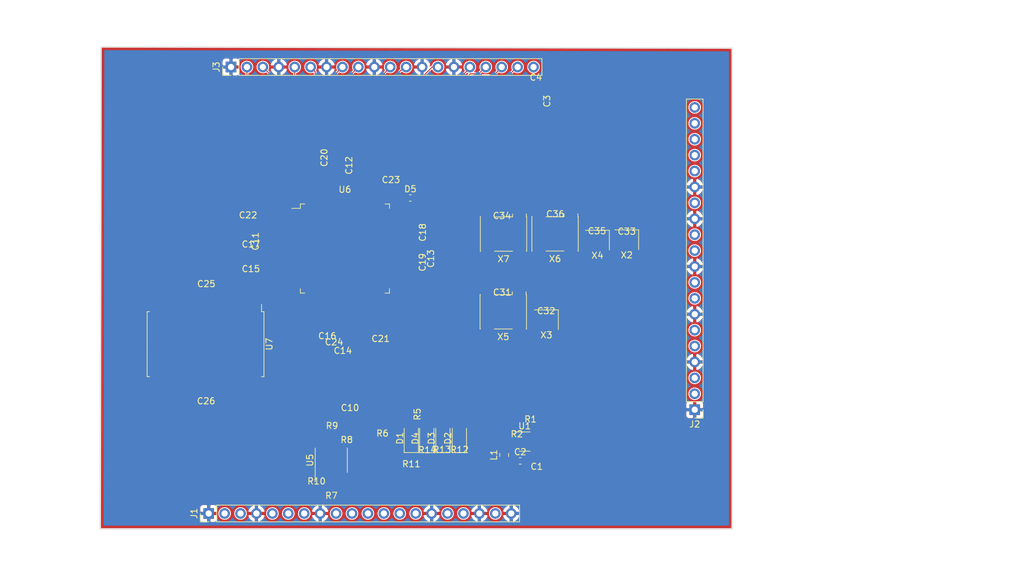
<source format=kicad_pcb>
(kicad_pcb (version 20171130) (host pcbnew 5.1.5+dfsg1-2+b1)
  (layers (0 F.Cu signal) (31 B.Cu signal) (34 B.Paste user) (35 F.Paste user) (36 B.SilkS user) (37 F.SilkS user) (38 B.Mask user) (39 F.Mask user) (44 Edge.Cuts user))
  (net 0 "")
  (net 1 GND)
  (net 2 +3V3)
  (net 3 +1V2)
  (net 4 CDONE)
  (net 5 "Net-(D1-Pad1)")
  (net 6 IO53)
  (net 7 "Net-(D2-Pad1)")
  (net 8 IO52)
  (net 9 "Net-(D3-Pad1)")
  (net 10 IO51)
  (net 11 "Net-(D4-Pad1)")
  (net 12 "Net-(D5-Pad1)")
  (net 13 IO60)
  (net 14 IO64)
  (net 15 IO59)
  (net 16 SPI_OUT)
  (net 17 SPI_IN)
  (net 18 SPI_CS)
  (net 19 SPI_SCK)
  (net 20 CRESET)
  (net 21 IO54)
  (net 22 IO56)
  (net 23 IO94)
  (net 24 IO95)
  (net 25 IO96)
  (net 26 IO97)
  (net 27 IO99)
  (net 28 IO100)
  (net 29 IO73)
  (net 30 IO74)
  (net 31 IO72)
  (net 32 IO71)
  (net 33 IO78)
  (net 34 IO79)
  (net 35 IO80)
  (net 36 IO81)
  (net 37 IO82)
  (net 38 IO83)
  (net 39 IO85)
  (net 40 IO86)
  (net 41 IO87)
  (net 42 IO89)
  (net 43 IO90)
  (net 44 IO91)
  (net 45 IO93)
  (net 46 "Net-(L1-Pad2)")
  (net 47 "Net-(R1-Pad1)")
  (net 48 "Net-(U6-Pad76)")
  (net 49 IO69)
  (net 50 IO68)
  (net 51 IO66)
  (net 52 IO65)
  (net 53 IO63)
  (net 54 IO62)
  (net 55 IO43)
  (net 56 IO41)
  (net 57 IO40)
  (net 58 IO37)
  (net 59 IO36)
  (net 60 IO34)
  (net 61 IO33)
  (net 62 IO30)
  (net 63 IO29)
  (net 64 IO28)
  (net 65 IO27)
  (net 66 IO26)
  (net 67 IO25)
  (net 68 IO24)
  (net 69 IO21)
  (net 70 IO20)
  (net 71 IO19)
  (net 72 IO18)
  (net 73 IO16)
  (net 74 IO15)
  (net 75 IO13)
  (net 76 IO12)
  (net 77 IO10)
  (net 78 IO9)
  (net 79 IO8)
  (net 80 IO7)
  (net 81 IO4)
  (net 82 IO3)
  (net 83 IO2)
  (net 84 IO1)
  (net 85 "Net-(U7-Pad44)")
  (net 86 "Net-(U7-Pad43)")
  (net 87 "Net-(U7-Pad42)")
  (net 88 "Net-(U7-Pad25)")
  (net 89 "Net-(U7-Pad24)")
  (net 90 "Net-(U7-Pad23)")
  (net 91 "Net-(U7-Pad22)")
  (net 92 "Net-(U7-Pad21)")
  (net 93 "Net-(U7-Pad2)")
  (net 94 "Net-(U7-Pad1)")
  (net 95 "Net-(J1-Pad5)")
  (net 96 "Net-(J1-Pad7)")
  (net 97 "Net-(J1-Pad6)")
  (net 98 "Net-(J1-Pad3)")
  (net 99 "Net-(J1-Pad2)")
  (net 100 "Net-(U6-Pad57)")
  (module Oscillator:Oscillator_SMD_Abracon_ASV-4Pin_7.0x5.1mm (layer F.Cu) (at 177.52 103.82 180)
    (fp_text reference X7 (at 0 -4) (layer F.SilkS))
    (fp_text value ASV-xxxMHz)
    (pad 4 smd rect (at -2.54 -2 180) (size 1.8 2) (layers F.Cu F.Paste F.Mask) (net 2 +3V3))
    (pad 3 smd rect (at 2.54 -2 180) (size 1.8 2) (layers F.Cu F.Paste F.Mask) (net 49 IO69))
    (pad 2 smd rect (at 2.54 2 180) (size 1.8 2) (layers F.Cu F.Paste F.Mask) (net 1 GND))
    (pad 1 smd rect (at -2.54 2 180) (size 1.8 2) (layers F.Cu F.Paste F.Mask) (net 2 +3V3))
  )
  (module Oscillator:Oscillator_SMD_Abracon_ASV-4Pin_7.0x5.1mm (layer F.Cu) (at 185.74 103.8 180)
    (fp_text reference X6 (at 0 -4) (layer F.SilkS))
    (fp_text value ASV-xxxMHz)
    (pad 4 smd rect (at -2.54 -2 180) (size 1.8 2) (layers F.Cu F.Paste F.Mask) (net 2 +3V3))
    (pad 3 smd rect (at 2.54 -2 180) (size 1.8 2) (layers F.Cu F.Paste F.Mask) (net 50 IO68))
    (pad 2 smd rect (at 2.54 2 180) (size 1.8 2) (layers F.Cu F.Paste F.Mask) (net 1 GND))
    (pad 1 smd rect (at -2.54 2 180) (size 1.8 2) (layers F.Cu F.Paste F.Mask) (net 2 +3V3))
  )
  (module Oscillator:Oscillator_SMD_Abracon_ASV-4Pin_7.0x5.1mm (layer F.Cu) (at 177.48 116.24 180)
    (fp_text reference X5 (at 0 -4) (layer F.SilkS))
    (fp_text value ASV-xxxMHz)
    (pad 4 smd rect (at -2.54 -2 180) (size 1.8 2) (layers F.Cu F.Paste F.Mask) (net 2 +3V3))
    (pad 3 smd rect (at 2.54 -2 180) (size 1.8 2) (layers F.Cu F.Paste F.Mask) (net 53 IO63))
    (pad 2 smd rect (at 2.54 2 180) (size 1.8 2) (layers F.Cu F.Paste F.Mask) (net 1 GND))
    (pad 1 smd rect (at -2.54 2 180) (size 1.8 2) (layers F.Cu F.Paste F.Mask) (net 2 +3V3))
  )
  (module Oscillator:Oscillator_SMD_Abracon_ASE-4Pin_3.2x2.5mm (layer F.Cu) (at 192.5 104.8 180)
    (fp_text reference X4 (at 0 -2.45) (layer F.SilkS))
    (fp_text value ASE-10MHz)
    (pad 4 smd rect (at -1.05 -0.825 180) (size 1.3 1.1) (layers F.Cu F.Paste F.Mask) (net 2 +3V3))
    (pad 3 smd rect (at 1.05 -0.825 180) (size 1.3 1.1) (layers F.Cu F.Paste F.Mask) (net 51 IO66))
    (pad 2 smd rect (at 1.05 0.825 180) (size 1.3 1.1) (layers F.Cu F.Paste F.Mask) (net 1 GND))
    (pad 1 smd rect (at -1.05 0.825 180) (size 1.3 1.1) (layers F.Cu F.Paste F.Mask) (net 2 +3V3))
  )
  (module Oscillator:Oscillator_SMD_Abracon_ASE-4Pin_3.2x2.5mm (layer F.Cu) (at 184.36 117.51 180)
    (fp_text reference X3 (at 0 -2.45) (layer F.SilkS))
    (fp_text value ASE-10MHz)
    (pad 4 smd rect (at -1.05 -0.825 180) (size 1.3 1.1) (layers F.Cu F.Paste F.Mask) (net 2 +3V3))
    (pad 3 smd rect (at 1.05 -0.825 180) (size 1.3 1.1) (layers F.Cu F.Paste F.Mask) (net 54 IO62))
    (pad 2 smd rect (at 1.05 0.825 180) (size 1.3 1.1) (layers F.Cu F.Paste F.Mask) (net 1 GND))
    (pad 1 smd rect (at -1.05 0.825 180) (size 1.3 1.1) (layers F.Cu F.Paste F.Mask) (net 2 +3V3))
  )
  (module Oscillator:Oscillator_SMD_Abracon_ASE-4Pin_3.2x2.5mm (layer F.Cu) (at 197.18 104.74 180)
    (fp_text reference X2 (at 0 -2.45) (layer F.SilkS))
    (fp_text value ASE-10MHz)
    (pad 4 smd rect (at -1.05 -0.825 180) (size 1.3 1.1) (layers F.Cu F.Paste F.Mask) (net 2 +3V3))
    (pad 3 smd rect (at 1.05 -0.825 180) (size 1.3 1.1) (layers F.Cu F.Paste F.Mask) (net 52 IO65))
    (pad 2 smd rect (at 1.05 0.825 180) (size 1.3 1.1) (layers F.Cu F.Paste F.Mask) (net 1 GND))
    (pad 1 smd rect (at -1.05 0.825 180) (size 1.3 1.1) (layers F.Cu F.Paste F.Mask) (net 2 +3V3))
  )
  (module Package_SO:TSOP-II-44_10.16x18.41mm_P0.8mm (layer F.Cu) (at 129.99 121.41 270)
    (fp_text reference U7 (at 0 -10.16 90) (layer F.SilkS))
    (fp_text value AS7C34096A)
    (pad 44 smd roundrect (at 5.5875 -8.4 270) (size 1.525 0.55) (layers F.Cu F.Paste F.Mask) (net 85 "Net-(U7-Pad44)"))
    (pad 43 smd roundrect (at 5.5875 -7.6 270) (size 1.525 0.55) (layers F.Cu F.Paste F.Mask) (net 86 "Net-(U7-Pad43)"))
    (pad 42 smd roundrect (at 5.5875 -6.8 270) (size 1.525 0.55) (layers F.Cu F.Paste F.Mask) (net 87 "Net-(U7-Pad42)"))
    (pad 41 smd roundrect (at 5.5875 -6 270) (size 1.525 0.55) (layers F.Cu F.Paste F.Mask) (net 66 IO26))
    (pad 40 smd roundrect (at 5.5875 -5.2 270) (size 1.525 0.55) (layers F.Cu F.Paste F.Mask) (net 65 IO27))
    (pad 39 smd roundrect (at 5.5875 -4.4 270) (size 1.525 0.55) (layers F.Cu F.Paste F.Mask) (net 64 IO28))
    (pad 38 smd roundrect (at 5.5875 -3.6 270) (size 1.525 0.55) (layers F.Cu F.Paste F.Mask) (net 63 IO29))
    (pad 37 smd roundrect (at 5.5875 -2.8 270) (size 1.525 0.55) (layers F.Cu F.Paste F.Mask) (net 62 IO30))
    (pad 36 smd roundrect (at 5.5875 -2 270) (size 1.525 0.55) (layers F.Cu F.Paste F.Mask) (net 61 IO33))
    (pad 35 smd roundrect (at 5.5875 -1.2 270) (size 1.525 0.55) (layers F.Cu F.Paste F.Mask) (net 60 IO34))
    (pad 34 smd roundrect (at 5.5875 -0.4 270) (size 1.525 0.55) (layers F.Cu F.Paste F.Mask) (net 1 GND))
    (pad 33 smd roundrect (at 5.5875 0.4 270) (size 1.525 0.55) (layers F.Cu F.Paste F.Mask) (net 2 +3V3))
    (pad 32 smd roundrect (at 5.5875 1.2 270) (size 1.525 0.55) (layers F.Cu F.Paste F.Mask) (net 59 IO36))
    (pad 31 smd roundrect (at 5.5875 2 270) (size 1.525 0.55) (layers F.Cu F.Paste F.Mask) (net 58 IO37))
    (pad 30 smd roundrect (at 5.5875 2.8 270) (size 1.525 0.55) (layers F.Cu F.Paste F.Mask) (net 57 IO40))
    (pad 29 smd roundrect (at 5.5875 3.6 270) (size 1.525 0.55) (layers F.Cu F.Paste F.Mask) (net 56 IO41))
    (pad 28 smd roundrect (at 5.5875 4.4 270) (size 1.525 0.55) (layers F.Cu F.Paste F.Mask) (net 55 IO43))
    (pad 27 smd roundrect (at 5.5875 5.2 270) (size 1.525 0.55) (layers F.Cu F.Paste F.Mask) (net 84 IO1))
    (pad 26 smd roundrect (at 5.5875 6 270) (size 1.525 0.55) (layers F.Cu F.Paste F.Mask) (net 83 IO2))
    (pad 25 smd roundrect (at 5.5875 6.8 270) (size 1.525 0.55) (layers F.Cu F.Paste F.Mask) (net 88 "Net-(U7-Pad25)"))
    (pad 24 smd roundrect (at 5.5875 7.6 270) (size 1.525 0.55) (layers F.Cu F.Paste F.Mask) (net 89 "Net-(U7-Pad24)"))
    (pad 23 smd roundrect (at 5.5875 8.4 270) (size 1.525 0.55) (layers F.Cu F.Paste F.Mask) (net 90 "Net-(U7-Pad23)"))
    (pad 22 smd roundrect (at -5.5875 8.4 270) (size 1.525 0.55) (layers F.Cu F.Paste F.Mask) (net 91 "Net-(U7-Pad22)"))
    (pad 21 smd roundrect (at -5.5875 7.6 270) (size 1.525 0.55) (layers F.Cu F.Paste F.Mask) (net 92 "Net-(U7-Pad21)"))
    (pad 20 smd roundrect (at -5.5875 6.8 270) (size 1.525 0.55) (layers F.Cu F.Paste F.Mask) (net 82 IO3))
    (pad 19 smd roundrect (at -5.5875 6 270) (size 1.525 0.55) (layers F.Cu F.Paste F.Mask) (net 81 IO4))
    (pad 18 smd roundrect (at -5.5875 5.2 270) (size 1.525 0.55) (layers F.Cu F.Paste F.Mask) (net 80 IO7))
    (pad 17 smd roundrect (at -5.5875 4.4 270) (size 1.525 0.55) (layers F.Cu F.Paste F.Mask) (net 79 IO8))
    (pad 16 smd roundrect (at -5.5875 3.6 270) (size 1.525 0.55) (layers F.Cu F.Paste F.Mask) (net 78 IO9))
    (pad 15 smd roundrect (at -5.5875 2.8 270) (size 1.525 0.55) (layers F.Cu F.Paste F.Mask) (net 77 IO10))
    (pad 14 smd roundrect (at -5.5875 2 270) (size 1.525 0.55) (layers F.Cu F.Paste F.Mask) (net 76 IO12))
    (pad 13 smd roundrect (at -5.5875 1.2 270) (size 1.525 0.55) (layers F.Cu F.Paste F.Mask) (net 75 IO13))
    (pad 12 smd roundrect (at -5.5875 0.4 270) (size 1.525 0.55) (layers F.Cu F.Paste F.Mask) (net 1 GND))
    (pad 11 smd roundrect (at -5.5875 -0.4 270) (size 1.525 0.55) (layers F.Cu F.Paste F.Mask) (net 2 +3V3))
    (pad 10 smd roundrect (at -5.5875 -1.2 270) (size 1.525 0.55) (layers F.Cu F.Paste F.Mask) (net 74 IO15))
    (pad 9 smd roundrect (at -5.5875 -2 270) (size 1.525 0.55) (layers F.Cu F.Paste F.Mask) (net 73 IO16))
    (pad 8 smd roundrect (at -5.5875 -2.8 270) (size 1.525 0.55) (layers F.Cu F.Paste F.Mask) (net 72 IO18))
    (pad 7 smd roundrect (at -5.5875 -3.6 270) (size 1.525 0.55) (layers F.Cu F.Paste F.Mask) (net 71 IO19))
    (pad 6 smd roundrect (at -5.5875 -4.4 270) (size 1.525 0.55) (layers F.Cu F.Paste F.Mask) (net 70 IO20))
    (pad 5 smd roundrect (at -5.5875 -5.2 270) (size 1.525 0.55) (layers F.Cu F.Paste F.Mask) (net 69 IO21))
    (pad 4 smd roundrect (at -5.5875 -6 270) (size 1.525 0.55) (layers F.Cu F.Paste F.Mask) (net 68 IO24))
    (pad 3 smd roundrect (at -5.5875 -6.8 270) (size 1.525 0.55) (layers F.Cu F.Paste F.Mask) (net 67 IO25))
    (pad 2 smd roundrect (at -5.5875 -7.6 270) (size 1.525 0.55) (layers F.Cu F.Paste F.Mask) (net 93 "Net-(U7-Pad2)"))
    (pad 1 smd roundrect (at -5.5875 -8.4 270) (size 1.525 0.55) (layers F.Cu F.Paste F.Mask) (net 94 "Net-(U7-Pad1)"))
  )
  (module Package_QFP:LQFP-100_14x14mm_P0.5mm (layer F.Cu) (at 152.22 106.14)
    (fp_text reference U6 (at 0 -9.42) (layer F.SilkS))
    (fp_text value "ICE40HX1K-VQ100(VQFP100)")
    (pad 100 smd roundrect (at -6 -7.675) (size 0.3 1.6) (layers F.Cu F.Paste F.Mask) (net 28 IO100))
    (pad 99 smd roundrect (at -5.5 -7.675) (size 0.3 1.6) (layers F.Cu F.Paste F.Mask) (net 27 IO99))
    (pad 98 smd roundrect (at -5 -7.675) (size 0.3 1.6) (layers F.Cu F.Paste F.Mask) (net 1 GND))
    (pad 97 smd roundrect (at -4.5 -7.675) (size 0.3 1.6) (layers F.Cu F.Paste F.Mask) (net 26 IO97))
    (pad 96 smd roundrect (at -4 -7.675) (size 0.3 1.6) (layers F.Cu F.Paste F.Mask) (net 25 IO96))
    (pad 95 smd roundrect (at -3.5 -7.675) (size 0.3 1.6) (layers F.Cu F.Paste F.Mask) (net 24 IO95))
    (pad 94 smd roundrect (at -3 -7.675) (size 0.3 1.6) (layers F.Cu F.Paste F.Mask) (net 23 IO94))
    (pad 93 smd roundrect (at -2.5 -7.675) (size 0.3 1.6) (layers F.Cu F.Paste F.Mask) (net 45 IO93))
    (pad 92 smd roundrect (at -2 -7.675) (size 0.3 1.6) (layers F.Cu F.Paste F.Mask) (net 2 +3V3))
    (pad 91 smd roundrect (at -1.5 -7.675) (size 0.3 1.6) (layers F.Cu F.Paste F.Mask) (net 44 IO91))
    (pad 90 smd roundrect (at -1 -7.675) (size 0.3 1.6) (layers F.Cu F.Paste F.Mask) (net 43 IO90))
    (pad 89 smd roundrect (at -0.5 -7.675) (size 0.3 1.6) (layers F.Cu F.Paste F.Mask) (net 42 IO89))
    (pad 88 smd roundrect (at 0 -7.675) (size 0.3 1.6) (layers F.Cu F.Paste F.Mask) (net 2 +3V3))
    (pad 87 smd roundrect (at 0.5 -7.675) (size 0.3 1.6) (layers F.Cu F.Paste F.Mask) (net 41 IO87))
    (pad 86 smd roundrect (at 1 -7.675) (size 0.3 1.6) (layers F.Cu F.Paste F.Mask) (net 40 IO86))
    (pad 85 smd roundrect (at 1.5 -7.675) (size 0.3 1.6) (layers F.Cu F.Paste F.Mask) (net 39 IO85))
    (pad 84 smd roundrect (at 2 -7.675) (size 0.3 1.6) (layers F.Cu F.Paste F.Mask) (net 1 GND))
    (pad 83 smd roundrect (at 2.5 -7.675) (size 0.3 1.6) (layers F.Cu F.Paste F.Mask) (net 38 IO83))
    (pad 82 smd roundrect (at 3 -7.675) (size 0.3 1.6) (layers F.Cu F.Paste F.Mask) (net 37 IO82))
    (pad 81 smd roundrect (at 3.5 -7.675) (size 0.3 1.6) (layers F.Cu F.Paste F.Mask) (net 36 IO81))
    (pad 80 smd roundrect (at 4 -7.675) (size 0.3 1.6) (layers F.Cu F.Paste F.Mask) (net 35 IO80))
    (pad 79 smd roundrect (at 4.5 -7.675) (size 0.3 1.6) (layers F.Cu F.Paste F.Mask) (net 34 IO79))
    (pad 78 smd roundrect (at 5 -7.675) (size 0.3 1.6) (layers F.Cu F.Paste F.Mask) (net 33 IO78))
    (pad 77 smd roundrect (at 5.5 -7.675) (size 0.3 1.6) (layers F.Cu F.Paste F.Mask) (net 3 +1V2))
    (pad 76 smd roundrect (at 6 -7.675) (size 0.3 1.6) (layers F.Cu F.Paste F.Mask) (net 48 "Net-(U6-Pad76)"))
    (pad 75 smd roundrect (at 7.675 -6) (size 1.6 0.3) (layers F.Cu F.Paste F.Mask) (net 12 "Net-(D5-Pad1)"))
    (pad 74 smd roundrect (at 7.675 -5.5) (size 1.6 0.3) (layers F.Cu F.Paste F.Mask) (net 30 IO74))
    (pad 73 smd roundrect (at 7.675 -5) (size 1.6 0.3) (layers F.Cu F.Paste F.Mask) (net 29 IO73))
    (pad 72 smd roundrect (at 7.675 -4.5) (size 1.6 0.3) (layers F.Cu F.Paste F.Mask) (net 31 IO72))
    (pad 71 smd roundrect (at 7.675 -4) (size 1.6 0.3) (layers F.Cu F.Paste F.Mask) (net 32 IO71))
    (pad 70 smd roundrect (at 7.675 -3.5) (size 1.6 0.3) (layers F.Cu F.Paste F.Mask) (net 1 GND))
    (pad 69 smd roundrect (at 7.675 -3) (size 1.6 0.3) (layers F.Cu F.Paste F.Mask) (net 49 IO69))
    (pad 68 smd roundrect (at 7.675 -2.5) (size 1.6 0.3) (layers F.Cu F.Paste F.Mask) (net 50 IO68))
    (pad 67 smd roundrect (at 7.675 -2) (size 1.6 0.3) (layers F.Cu F.Paste F.Mask) (net 2 +3V3))
    (pad 66 smd roundrect (at 7.675 -1.5) (size 1.6 0.3) (layers F.Cu F.Paste F.Mask) (net 51 IO66))
    (pad 65 smd roundrect (at 7.675 -1) (size 1.6 0.3) (layers F.Cu F.Paste F.Mask) (net 52 IO65))
    (pad 64 smd roundrect (at 7.675 -0.5) (size 1.6 0.3) (layers F.Cu F.Paste F.Mask) (net 14 IO64))
    (pad 63 smd roundrect (at 7.675 0) (size 1.6 0.3) (layers F.Cu F.Paste F.Mask) (net 53 IO63))
    (pad 62 smd roundrect (at 7.675 0.5) (size 1.6 0.3) (layers F.Cu F.Paste F.Mask) (net 54 IO62))
    (pad 61 smd roundrect (at 7.675 1) (size 1.6 0.3) (layers F.Cu F.Paste F.Mask) (net 3 +1V2))
    (pad 60 smd roundrect (at 7.675 1.5) (size 1.6 0.3) (layers F.Cu F.Paste F.Mask) (net 13 IO60))
    (pad 59 smd roundrect (at 7.675 2) (size 1.6 0.3) (layers F.Cu F.Paste F.Mask) (net 15 IO59))
    (pad 58 smd roundrect (at 7.675 2.5) (size 1.6 0.3) (layers F.Cu F.Paste F.Mask) (net 2 +3V3))
    (pad 57 smd roundrect (at 7.675 3) (size 1.6 0.3) (layers F.Cu F.Paste F.Mask) (net 100 "Net-(U6-Pad57)"))
    (pad 56 smd roundrect (at 7.675 3.5) (size 1.6 0.3) (layers F.Cu F.Paste F.Mask) (net 22 IO56))
    (pad 55 smd roundrect (at 7.675 4) (size 1.6 0.3) (layers F.Cu F.Paste F.Mask) (net 1 GND))
    (pad 54 smd roundrect (at 7.675 4.5) (size 1.6 0.3) (layers F.Cu F.Paste F.Mask) (net 21 IO54))
    (pad 53 smd roundrect (at 7.675 5) (size 1.6 0.3) (layers F.Cu F.Paste F.Mask) (net 6 IO53))
    (pad 52 smd roundrect (at 7.675 5.5) (size 1.6 0.3) (layers F.Cu F.Paste F.Mask) (net 8 IO52))
    (pad 51 smd roundrect (at 7.675 6) (size 1.6 0.3) (layers F.Cu F.Paste F.Mask) (net 10 IO51))
    (pad 50 smd roundrect (at 6 7.675) (size 0.3 1.6) (layers F.Cu F.Paste F.Mask) (net 2 +3V3))
    (pad 49 smd roundrect (at 5.5 7.675) (size 0.3 1.6) (layers F.Cu F.Paste F.Mask) (net 18 SPI_CS))
    (pad 48 smd roundrect (at 5 7.675) (size 0.3 1.6) (layers F.Cu F.Paste F.Mask) (net 19 SPI_SCK))
    (pad 47 smd roundrect (at 4.5 7.675) (size 0.3 1.6) (layers F.Cu F.Paste F.Mask) (net 1 GND))
    (pad 46 smd roundrect (at 4 7.675) (size 0.3 1.6) (layers F.Cu F.Paste F.Mask) (net 17 SPI_IN))
    (pad 45 smd roundrect (at 3.5 7.675) (size 0.3 1.6) (layers F.Cu F.Paste F.Mask) (net 16 SPI_OUT))
    (pad 44 smd roundrect (at 3 7.675) (size 0.3 1.6) (layers F.Cu F.Paste F.Mask) (net 20 CRESET))
    (pad 43 smd roundrect (at 2.5 7.675) (size 0.3 1.6) (layers F.Cu F.Paste F.Mask) (net 4 CDONE))
    (pad 42 smd roundrect (at 2 7.675) (size 0.3 1.6) (layers F.Cu F.Paste F.Mask) (net 55 IO43))
    (pad 41 smd roundrect (at 1.5 7.675) (size 0.3 1.6) (layers F.Cu F.Paste F.Mask) (net 56 IO41))
    (pad 40 smd roundrect (at 1 7.675) (size 0.3 1.6) (layers F.Cu F.Paste F.Mask) (net 57 IO40))
    (pad 39 smd roundrect (at 0.5 7.675) (size 0.3 1.6) (layers F.Cu F.Paste F.Mask) (net 1 GND))
    (pad 38 smd roundrect (at 0 7.675) (size 0.3 1.6) (layers F.Cu F.Paste F.Mask) (net 2 +3V3))
    (pad 37 smd roundrect (at -0.5 7.675) (size 0.3 1.6) (layers F.Cu F.Paste F.Mask) (net 58 IO37))
    (pad 36 smd roundrect (at -1 7.675) (size 0.3 1.6) (layers F.Cu F.Paste F.Mask) (net 59 IO36))
    (pad 35 smd roundrect (at -1.5 7.675) (size 0.3 1.6) (layers F.Cu F.Paste F.Mask) (net 3 +1V2))
    (pad 34 smd roundrect (at -2 7.675) (size 0.3 1.6) (layers F.Cu F.Paste F.Mask) (net 60 IO34))
    (pad 33 smd roundrect (at -2.5 7.675) (size 0.3 1.6) (layers F.Cu F.Paste F.Mask) (net 61 IO33))
    (pad 32 smd roundrect (at -3 7.675) (size 0.3 1.6) (layers F.Cu F.Paste F.Mask) (net 1 GND))
    (pad 31 smd roundrect (at -3.5 7.675) (size 0.3 1.6) (layers F.Cu F.Paste F.Mask) (net 2 +3V3))
    (pad 30 smd roundrect (at -4 7.675) (size 0.3 1.6) (layers F.Cu F.Paste F.Mask) (net 62 IO30))
    (pad 29 smd roundrect (at -4.5 7.675) (size 0.3 1.6) (layers F.Cu F.Paste F.Mask) (net 63 IO29))
    (pad 28 smd roundrect (at -5 7.675) (size 0.3 1.6) (layers F.Cu F.Paste F.Mask) (net 64 IO28))
    (pad 27 smd roundrect (at -5.5 7.675) (size 0.3 1.6) (layers F.Cu F.Paste F.Mask) (net 65 IO27))
    (pad 26 smd roundrect (at -6 7.675) (size 0.3 1.6) (layers F.Cu F.Paste F.Mask) (net 66 IO26))
    (pad 25 smd roundrect (at -7.675 6) (size 1.6 0.3) (layers F.Cu F.Paste F.Mask) (net 67 IO25))
    (pad 24 smd roundrect (at -7.675 5.5) (size 1.6 0.3) (layers F.Cu F.Paste F.Mask) (net 68 IO24))
    (pad 23 smd roundrect (at -7.675 5) (size 1.6 0.3) (layers F.Cu F.Paste F.Mask) (net 1 GND))
    (pad 22 smd roundrect (at -7.675 4.5) (size 1.6 0.3) (layers F.Cu F.Paste F.Mask) (net 2 +3V3))
    (pad 21 smd roundrect (at -7.675 4) (size 1.6 0.3) (layers F.Cu F.Paste F.Mask) (net 69 IO21))
    (pad 20 smd roundrect (at -7.675 3.5) (size 1.6 0.3) (layers F.Cu F.Paste F.Mask) (net 70 IO20))
    (pad 19 smd roundrect (at -7.675 3) (size 1.6 0.3) (layers F.Cu F.Paste F.Mask) (net 71 IO19))
    (pad 18 smd roundrect (at -7.675 2.5) (size 1.6 0.3) (layers F.Cu F.Paste F.Mask) (net 72 IO18))
    (pad 17 smd roundrect (at -7.675 2) (size 1.6 0.3) (layers F.Cu F.Paste F.Mask) (net 1 GND))
    (pad 16 smd roundrect (at -7.675 1.5) (size 1.6 0.3) (layers F.Cu F.Paste F.Mask) (net 73 IO16))
    (pad 15 smd roundrect (at -7.675 1) (size 1.6 0.3) (layers F.Cu F.Paste F.Mask) (net 74 IO15))
    (pad 14 smd roundrect (at -7.675 0.5) (size 1.6 0.3) (layers F.Cu F.Paste F.Mask) (net 2 +3V3))
    (pad 13 smd roundrect (at -7.675 0) (size 1.6 0.3) (layers F.Cu F.Paste F.Mask) (net 75 IO13))
    (pad 12 smd roundrect (at -7.675 -0.5) (size 1.6 0.3) (layers F.Cu F.Paste F.Mask) (net 76 IO12))
    (pad 11 smd roundrect (at -7.675 -1) (size 1.6 0.3) (layers F.Cu F.Paste F.Mask) (net 3 +1V2))
    (pad 10 smd roundrect (at -7.675 -1.5) (size 1.6 0.3) (layers F.Cu F.Paste F.Mask) (net 77 IO10))
    (pad 9 smd roundrect (at -7.675 -2) (size 1.6 0.3) (layers F.Cu F.Paste F.Mask) (net 78 IO9))
    (pad 8 smd roundrect (at -7.675 -2.5) (size 1.6 0.3) (layers F.Cu F.Paste F.Mask) (net 79 IO8))
    (pad 7 smd roundrect (at -7.675 -3) (size 1.6 0.3) (layers F.Cu F.Paste F.Mask) (net 80 IO7))
    (pad 6 smd roundrect (at -7.675 -3.5) (size 1.6 0.3) (layers F.Cu F.Paste F.Mask) (net 2 +3V3))
    (pad 5 smd roundrect (at -7.675 -4) (size 1.6 0.3) (layers F.Cu F.Paste F.Mask) (net 1 GND))
    (pad 4 smd roundrect (at -7.675 -4.5) (size 1.6 0.3) (layers F.Cu F.Paste F.Mask) (net 81 IO4))
    (pad 3 smd roundrect (at -7.675 -5) (size 1.6 0.3) (layers F.Cu F.Paste F.Mask) (net 82 IO3))
    (pad 2 smd roundrect (at -7.675 -5.5) (size 1.6 0.3) (layers F.Cu F.Paste F.Mask) (net 83 IO2))
    (pad 1 smd roundrect (at -7.675 -6) (size 1.6 0.3) (layers F.Cu F.Paste F.Mask) (net 84 IO1))
  )
  (module Package_SO:SOIC-8_3.9x4.9mm_P1.27mm (layer F.Cu) (at 150.04 139.94 90)
    (fp_text reference U5 (at 0 -3.4 90) (layer F.SilkS))
    (fp_text value AT25SF081-SSHD-X)
    (pad 8 smd roundrect (at 2.475 -1.905 90) (size 1.95 0.6) (layers F.Cu F.Paste F.Mask) (net 2 +3V3))
    (pad 7 smd roundrect (at 2.475 -0.635 90) (size 1.95 0.6) (layers F.Cu F.Paste F.Mask) (net 2 +3V3))
    (pad 6 smd roundrect (at 2.475 0.635 90) (size 1.95 0.6) (layers F.Cu F.Paste F.Mask) (net 19 SPI_SCK))
    (pad 5 smd roundrect (at 2.475 1.905 90) (size 1.95 0.6) (layers F.Cu F.Paste F.Mask) (net 16 SPI_OUT))
    (pad 4 smd roundrect (at -2.475 1.905 90) (size 1.95 0.6) (layers F.Cu F.Paste F.Mask) (net 1 GND))
    (pad 3 smd roundrect (at -2.475 0.635 90) (size 1.95 0.6) (layers F.Cu F.Paste F.Mask) (net 2 +3V3))
    (pad 2 smd roundrect (at -2.475 -0.635 90) (size 1.95 0.6) (layers F.Cu F.Paste F.Mask) (net 17 SPI_IN))
    (pad 1 smd roundrect (at -2.475 -1.905 90) (size 1.95 0.6) (layers F.Cu F.Paste F.Mask) (net 18 SPI_CS))
  )
  (module Package_TO_SOT_SMD:TSOT-23-5 (layer F.Cu) (at 180.89 136.93)
    (fp_text reference U1 (at 0 -2.45) (layer F.SilkS))
    (fp_text value LTC3406ES5)
    (pad 5 smd rect (at 1.31 -0.95) (size 1.22 0.65) (layers F.Cu F.Paste F.Mask) (net 47 "Net-(R1-Pad1)"))
    (pad 4 smd rect (at 1.31 0.95) (size 1.22 0.65) (layers F.Cu F.Paste F.Mask) (net 2 +3V3))
    (pad 3 smd rect (at -1.31 0.95) (size 1.22 0.65) (layers F.Cu F.Paste F.Mask) (net 46 "Net-(L1-Pad2)"))
    (pad 2 smd rect (at -1.31 0) (size 1.22 0.65) (layers F.Cu F.Paste F.Mask) (net 1 GND))
    (pad 1 smd rect (at -1.31 -0.95) (size 1.22 0.65) (layers F.Cu F.Paste F.Mask) (net 2 +3V3))
  )
  (module Resistor_SMD:R_0402_1005Metric (layer F.Cu) (at 165.36 139.47)
    (fp_text reference R14 (at 0 -1.17) (layer F.SilkS))
    (fp_text value 10kohm)
    (pad 2 smd roundrect (at 0.485 0) (size 0.59 0.64) (layers F.Cu F.Paste F.Mask) (net 11 "Net-(D4-Pad1)"))
    (pad 1 smd roundrect (at -0.485 0) (size 0.59 0.64) (layers F.Cu F.Paste F.Mask) (net 1 GND))
  )
  (module Resistor_SMD:R_0402_1005Metric (layer F.Cu) (at 167.72 139.42)
    (fp_text reference R13 (at 0 -1.17) (layer F.SilkS))
    (fp_text value 10kohm)
    (pad 2 smd roundrect (at 0.485 0) (size 0.59 0.64) (layers F.Cu F.Paste F.Mask) (net 9 "Net-(D3-Pad1)"))
    (pad 1 smd roundrect (at -0.485 0) (size 0.59 0.64) (layers F.Cu F.Paste F.Mask) (net 1 GND))
  )
  (module Resistor_SMD:R_0402_1005Metric (layer F.Cu) (at 170.5 139.43)
    (fp_text reference R12 (at 0 -1.17) (layer F.SilkS))
    (fp_text value 10kohm)
    (pad 2 smd roundrect (at 0.485 0) (size 0.59 0.64) (layers F.Cu F.Paste F.Mask) (net 7 "Net-(D2-Pad1)"))
    (pad 1 smd roundrect (at -0.485 0) (size 0.59 0.64) (layers F.Cu F.Paste F.Mask) (net 1 GND))
  )
  (module Resistor_SMD:R_0402_1005Metric (layer F.Cu) (at 162.82 139.37 180)
    (fp_text reference R11 (at 0 -1.17) (layer F.SilkS))
    (fp_text value 10kohm)
    (pad 2 smd roundrect (at 0.485 0 180) (size 0.59 0.64) (layers F.Cu F.Paste F.Mask) (net 5 "Net-(D1-Pad1)"))
    (pad 1 smd roundrect (at -0.485 0 180) (size 0.59 0.64) (layers F.Cu F.Paste F.Mask) (net 1 GND))
  )
  (module Resistor_SMD:R_0402_1005Metric (layer F.Cu) (at 147.69 144.46)
    (fp_text reference R10 (at 0 -1.17) (layer F.SilkS))
    (fp_text value 10kOhm)
    (pad 2 smd roundrect (at 0.485 0) (size 0.59 0.64) (layers F.Cu F.Paste F.Mask) (net 18 SPI_CS))
    (pad 1 smd roundrect (at -0.485 0) (size 0.59 0.64) (layers F.Cu F.Paste F.Mask) (net 2 +3V3))
  )
  (module Resistor_SMD:R_0402_1005Metric (layer F.Cu) (at 150.16 135.6)
    (fp_text reference R9 (at 0 -1.17) (layer F.SilkS))
    (fp_text value 10kOhm)
    (pad 2 smd roundrect (at 0.485 0) (size 0.59 0.64) (layers F.Cu F.Paste F.Mask) (net 19 SPI_SCK))
    (pad 1 smd roundrect (at -0.485 0) (size 0.59 0.64) (layers F.Cu F.Paste F.Mask) (net 2 +3V3))
  )
  (module Resistor_SMD:R_0402_1005Metric (layer F.Cu) (at 152.51 135.51 180)
    (fp_text reference R8 (at 0 -1.17) (layer F.SilkS))
    (fp_text value 10kOhm)
    (pad 2 smd roundrect (at 0.485 0 180) (size 0.59 0.64) (layers F.Cu F.Paste F.Mask) (net 16 SPI_OUT))
    (pad 1 smd roundrect (at -0.485 0 180) (size 0.59 0.64) (layers F.Cu F.Paste F.Mask) (net 2 +3V3))
  )
  (module Resistor_SMD:R_0402_1005Metric (layer F.Cu) (at 150.07 144.42 180)
    (fp_text reference R7 (at 0 -1.17) (layer F.SilkS))
    (fp_text value 10kOhm)
    (pad 2 smd roundrect (at 0.485 0 180) (size 0.59 0.64) (layers F.Cu F.Paste F.Mask) (net 17 SPI_IN))
    (pad 1 smd roundrect (at -0.485 0 180) (size 0.59 0.64) (layers F.Cu F.Paste F.Mask) (net 2 +3V3))
  )
  (module Resistor_SMD:R_0402_1005Metric (layer F.Cu) (at 158.21 136.82)
    (fp_text reference R6 (at 0 -1.17) (layer F.SilkS))
    (fp_text value 10kOhm)
    (pad 2 smd roundrect (at 0.485 0) (size 0.59 0.64) (layers F.Cu F.Paste F.Mask) (net 20 CRESET))
    (pad 1 smd roundrect (at -0.485 0) (size 0.59 0.64) (layers F.Cu F.Paste F.Mask) (net 2 +3V3))
  )
  (module Resistor_SMD:R_0402_1005Metric (layer F.Cu) (at 162.61 132.6 270)
    (fp_text reference R5 (at 0 -1.17 90) (layer F.SilkS))
    (fp_text value 10kOhm)
    (pad 2 smd roundrect (at 0.485 0 270) (size 0.59 0.64) (layers F.Cu F.Paste F.Mask) (net 4 CDONE))
    (pad 1 smd roundrect (at -0.485 0 270) (size 0.59 0.64) (layers F.Cu F.Paste F.Mask) (net 2 +3V3))
  )
  (module Resistor_SMD:R_0402_1005Metric (layer F.Cu) (at 179.65 134.59 180)
    (fp_text reference R2 (at 0 -1.17) (layer F.SilkS))
    (fp_text value 100kOhm)
    (pad 2 smd roundrect (at 0.485 0 180) (size 0.59 0.64) (layers F.Cu F.Paste F.Mask) (net 3 +1V2))
    (pad 1 smd roundrect (at -0.485 0 180) (size 0.59 0.64) (layers F.Cu F.Paste F.Mask) (net 47 "Net-(R1-Pad1)"))
  )
  (module Resistor_SMD:R_0402_1005Metric (layer F.Cu) (at 181.83 134.56)
    (fp_text reference R1 (at 0 -1.17) (layer F.SilkS))
    (fp_text value 100kOhm)
    (pad 2 smd roundrect (at 0.485 0) (size 0.59 0.64) (layers F.Cu F.Paste F.Mask) (net 1 GND))
    (pad 1 smd roundrect (at -0.485 0) (size 0.59 0.64) (layers F.Cu F.Paste F.Mask) (net 47 "Net-(R1-Pad1)"))
  )
  (module Inductor_SMD:L_0805_2012Metric (layer F.Cu) (at 177.63 139.1 90)
    (fp_text reference L1 (at 0 -1.65 90) (layer F.SilkS))
    (fp_text value 2.2uH)
    (pad 2 smd roundrect (at 0.9375 0 90) (size 0.975 1.4) (layers F.Cu F.Paste F.Mask) (net 46 "Net-(L1-Pad2)"))
    (pad 1 smd roundrect (at -0.9375 0 90) (size 0.975 1.4) (layers F.Cu F.Paste F.Mask) (net 3 +1V2))
  )
  (module Connector_PinHeader_2.54mm:PinHeader_1x20_P2.54mm_Vertical (layer F.Cu) (at 134.05 77.16 90)
    (fp_text reference J3 (at 0 -2.33 90) (layer F.SilkS))
    (fp_text value Conn_01x20_Male)
    (pad 20 thru_hole oval (at 0 48.26 90) (size 1.7 1.7) (drill 1) (layers *.Cu *.Mask) (net 2 +3V3))
    (pad 19 thru_hole oval (at 0 45.72 90) (size 1.7 1.7) (drill 1) (layers *.Cu *.Mask) (net 39 IO85))
    (pad 18 thru_hole oval (at 0 43.18 90) (size 1.7 1.7) (drill 1) (layers *.Cu *.Mask) (net 40 IO86))
    (pad 17 thru_hole oval (at 0 40.64 90) (size 1.7 1.7) (drill 1) (layers *.Cu *.Mask) (net 41 IO87))
    (pad 16 thru_hole oval (at 0 38.1 90) (size 1.7 1.7) (drill 1) (layers *.Cu *.Mask) (net 42 IO89))
    (pad 15 thru_hole oval (at 0 35.56 90) (size 1.7 1.7) (drill 1) (layers *.Cu *.Mask) (net 1 GND))
    (pad 14 thru_hole oval (at 0 33.02 90) (size 1.7 1.7) (drill 1) (layers *.Cu *.Mask) (net 43 IO90))
    (pad 13 thru_hole oval (at 0 30.48 90) (size 1.7 1.7) (drill 1) (layers *.Cu *.Mask) (net 1 GND))
    (pad 12 thru_hole oval (at 0 27.94 90) (size 1.7 1.7) (drill 1) (layers *.Cu *.Mask) (net 44 IO91))
    (pad 11 thru_hole oval (at 0 25.4 90) (size 1.7 1.7) (drill 1) (layers *.Cu *.Mask) (net 45 IO93))
    (pad 10 thru_hole oval (at 0 22.86 90) (size 1.7 1.7) (drill 1) (layers *.Cu *.Mask) (net 1 GND))
    (pad 9 thru_hole oval (at 0 20.32 90) (size 1.7 1.7) (drill 1) (layers *.Cu *.Mask) (net 23 IO94))
    (pad 8 thru_hole oval (at 0 17.78 90) (size 1.7 1.7) (drill 1) (layers *.Cu *.Mask) (net 24 IO95))
    (pad 7 thru_hole oval (at 0 15.24 90) (size 1.7 1.7) (drill 1) (layers *.Cu *.Mask) (net 1 GND))
    (pad 6 thru_hole oval (at 0 12.7 90) (size 1.7 1.7) (drill 1) (layers *.Cu *.Mask) (net 25 IO96))
    (pad 5 thru_hole oval (at 0 10.16 90) (size 1.7 1.7) (drill 1) (layers *.Cu *.Mask) (net 26 IO97))
    (pad 4 thru_hole oval (at 0 7.62 90) (size 1.7 1.7) (drill 1) (layers *.Cu *.Mask) (net 1 GND))
    (pad 3 thru_hole oval (at 0 5.08 90) (size 1.7 1.7) (drill 1) (layers *.Cu *.Mask) (net 27 IO99))
    (pad 2 thru_hole oval (at 0 2.54 90) (size 1.7 1.7) (drill 1) (layers *.Cu *.Mask) (net 28 IO100))
    (pad 1 thru_hole rect (at 0 0 90) (size 1.7 1.7) (drill 1) (layers *.Cu *.Mask) (net 1 GND))
  )
  (module Connector_PinHeader_2.54mm:PinHeader_1x20_P2.54mm_Vertical (layer F.Cu) (at 208.02 131.87 180)
    (fp_text reference J2 (at 0 -2.33) (layer F.SilkS))
    (fp_text value Conn_01x20_Male)
    (pad 20 thru_hole oval (at 0 48.26 180) (size 1.7 1.7) (drill 1) (layers *.Cu *.Mask) (net 2 +3V3))
    (pad 19 thru_hole oval (at 0 45.72 180) (size 1.7 1.7) (drill 1) (layers *.Cu *.Mask) (net 38 IO83))
    (pad 18 thru_hole oval (at 0 43.18 180) (size 1.7 1.7) (drill 1) (layers *.Cu *.Mask) (net 37 IO82))
    (pad 17 thru_hole oval (at 0 40.64 180) (size 1.7 1.7) (drill 1) (layers *.Cu *.Mask) (net 36 IO81))
    (pad 16 thru_hole oval (at 0 38.1 180) (size 1.7 1.7) (drill 1) (layers *.Cu *.Mask) (net 35 IO80))
    (pad 15 thru_hole oval (at 0 35.56 180) (size 1.7 1.7) (drill 1) (layers *.Cu *.Mask) (net 1 GND))
    (pad 14 thru_hole oval (at 0 33.02 180) (size 1.7 1.7) (drill 1) (layers *.Cu *.Mask) (net 34 IO79))
    (pad 13 thru_hole oval (at 0 30.48 180) (size 1.7 1.7) (drill 1) (layers *.Cu *.Mask) (net 1 GND))
    (pad 12 thru_hole oval (at 0 27.94 180) (size 1.7 1.7) (drill 1) (layers *.Cu *.Mask) (net 33 IO78))
    (pad 11 thru_hole oval (at 0 25.4 180) (size 1.7 1.7) (drill 1) (layers *.Cu *.Mask) (net 29 IO73))
    (pad 10 thru_hole oval (at 0 22.86 180) (size 1.7 1.7) (drill 1) (layers *.Cu *.Mask) (net 1 GND))
    (pad 9 thru_hole oval (at 0 20.32 180) (size 1.7 1.7) (drill 1) (layers *.Cu *.Mask) (net 30 IO74))
    (pad 8 thru_hole oval (at 0 17.78 180) (size 1.7 1.7) (drill 1) (layers *.Cu *.Mask) (net 31 IO72))
    (pad 7 thru_hole oval (at 0 15.24 180) (size 1.7 1.7) (drill 1) (layers *.Cu *.Mask) (net 1 GND))
    (pad 6 thru_hole oval (at 0 12.7 180) (size 1.7 1.7) (drill 1) (layers *.Cu *.Mask) (net 32 IO71))
    (pad 5 thru_hole oval (at 0 10.16 180) (size 1.7 1.7) (drill 1) (layers *.Cu *.Mask) (net 14 IO64))
    (pad 4 thru_hole oval (at 0 7.62 180) (size 1.7 1.7) (drill 1) (layers *.Cu *.Mask) (net 1 GND))
    (pad 3 thru_hole oval (at 0 5.08 180) (size 1.7 1.7) (drill 1) (layers *.Cu *.Mask) (net 15 IO59))
    (pad 2 thru_hole oval (at 0 2.54 180) (size 1.7 1.7) (drill 1) (layers *.Cu *.Mask) (net 13 IO60))
    (pad 1 thru_hole rect (at 0 0 180) (size 1.7 1.7) (drill 1) (layers *.Cu *.Mask) (net 1 GND))
  )
  (module Connector_PinHeader_2.54mm:PinHeader_1x20_P2.54mm_Vertical (layer F.Cu) (at 130.49 148.44 90)
    (fp_text reference J1 (at 0 -2.33 90) (layer F.SilkS))
    (fp_text value Conn_01x20_Male)
    (pad 20 thru_hole oval (at 0 48.26 90) (size 1.7 1.7) (drill 1) (layers *.Cu *.Mask) (net 1 GND))
    (pad 19 thru_hole oval (at 0 45.72 90) (size 1.7 1.7) (drill 1) (layers *.Cu *.Mask) (net 2 +3V3))
    (pad 18 thru_hole oval (at 0 43.18 90) (size 1.7 1.7) (drill 1) (layers *.Cu *.Mask) (net 1 GND))
    (pad 17 thru_hole oval (at 0 40.64 90) (size 1.7 1.7) (drill 1) (layers *.Cu *.Mask) (net 22 IO56))
    (pad 16 thru_hole oval (at 0 38.1 90) (size 1.7 1.7) (drill 1) (layers *.Cu *.Mask) (net 21 IO54))
    (pad 15 thru_hole oval (at 0 35.56 90) (size 1.7 1.7) (drill 1) (layers *.Cu *.Mask) (net 1 GND))
    (pad 14 thru_hole oval (at 0 33.02 90) (size 1.7 1.7) (drill 1) (layers *.Cu *.Mask) (net 4 CDONE))
    (pad 13 thru_hole oval (at 0 30.48 90) (size 1.7 1.7) (drill 1) (layers *.Cu *.Mask) (net 20 CRESET))
    (pad 12 thru_hole oval (at 0 27.94 90) (size 1.7 1.7) (drill 1) (layers *.Cu *.Mask) (net 16 SPI_OUT))
    (pad 11 thru_hole oval (at 0 25.4 90) (size 1.7 1.7) (drill 1) (layers *.Cu *.Mask) (net 19 SPI_SCK))
    (pad 10 thru_hole oval (at 0 22.86 90) (size 1.7 1.7) (drill 1) (layers *.Cu *.Mask) (net 17 SPI_IN))
    (pad 9 thru_hole oval (at 0 20.32 90) (size 1.7 1.7) (drill 1) (layers *.Cu *.Mask) (net 18 SPI_CS))
    (pad 8 thru_hole oval (at 0 17.78 90) (size 1.7 1.7) (drill 1) (layers *.Cu *.Mask) (net 1 GND))
    (pad 7 thru_hole oval (at 0 15.24 90) (size 1.7 1.7) (drill 1) (layers *.Cu *.Mask) (net 96 "Net-(J1-Pad7)"))
    (pad 6 thru_hole oval (at 0 12.7 90) (size 1.7 1.7) (drill 1) (layers *.Cu *.Mask) (net 97 "Net-(J1-Pad6)"))
    (pad 5 thru_hole oval (at 0 10.16 90) (size 1.7 1.7) (drill 1) (layers *.Cu *.Mask) (net 95 "Net-(J1-Pad5)"))
    (pad 4 thru_hole oval (at 0 7.62 90) (size 1.7 1.7) (drill 1) (layers *.Cu *.Mask) (net 1 GND))
    (pad 3 thru_hole oval (at 0 5.08 90) (size 1.7 1.7) (drill 1) (layers *.Cu *.Mask) (net 98 "Net-(J1-Pad3)"))
    (pad 2 thru_hole oval (at 0 2.54 90) (size 1.7 1.7) (drill 1) (layers *.Cu *.Mask) (net 99 "Net-(J1-Pad2)"))
    (pad 1 thru_hole rect (at 0 0 90) (size 1.7 1.7) (drill 1) (layers *.Cu *.Mask) (net 1 GND))
  )
  (module Capacitor_SMD:C_0603_1608Metric (layer F.Cu) (at 162.66 98.07)
    (fp_text reference D5 (at 0 -1.43) (layer F.SilkS))
    (fp_text value CDBU05)
    (pad 2 smd roundrect (at 0.7875 0) (size 0.875 0.95) (layers F.Cu F.Paste F.Mask) (net 2 +3V3))
    (pad 1 smd roundrect (at -0.7875 0) (size 0.875 0.95) (layers F.Cu F.Paste F.Mask) (net 12 "Net-(D5-Pad1)"))
  )
  (module LED_SMD:LED_1206_3216Metric (layer F.Cu) (at 165.28 136.45 90)
    (fp_text reference D4 (at 0 -1.82 90) (layer F.SilkS))
    (fp_text value LED)
    (pad 2 smd roundrect (at 1.4 0 90) (size 1.25 1.75) (layers F.Cu F.Paste F.Mask) (roundrect_rratio 0.2) (net 10 IO51))
    (pad 1 smd roundrect (at -1.4 0 90) (size 1.25 1.75) (layers F.Cu F.Paste F.Mask) (roundrect_rratio 0.2) (net 11 "Net-(D4-Pad1)"))
  )
  (module LED_SMD:LED_1206_3216Metric (layer F.Cu) (at 167.85 136.44 90)
    (fp_text reference D3 (at 0 -1.82 90) (layer F.SilkS))
    (fp_text value LED)
    (pad 2 smd roundrect (at 1.4 0 90) (size 1.25 1.75) (layers F.Cu F.Paste F.Mask) (roundrect_rratio 0.2) (net 8 IO52))
    (pad 1 smd roundrect (at -1.4 0 90) (size 1.25 1.75) (layers F.Cu F.Paste F.Mask) (roundrect_rratio 0.2) (net 9 "Net-(D3-Pad1)"))
  )
  (module LED_SMD:LED_1206_3216Metric (layer F.Cu) (at 170.48 136.44 90)
    (fp_text reference D2 (at 0 -1.82 90) (layer F.SilkS))
    (fp_text value LED)
    (pad 2 smd roundrect (at 1.4 0 90) (size 1.25 1.75) (layers F.Cu F.Paste F.Mask) (roundrect_rratio 0.2) (net 6 IO53))
    (pad 1 smd roundrect (at -1.4 0 90) (size 1.25 1.75) (layers F.Cu F.Paste F.Mask) (roundrect_rratio 0.2) (net 7 "Net-(D2-Pad1)"))
  )
  (module LED_SMD:LED_1206_3216Metric (layer F.Cu) (at 162.81 136.43 90)
    (fp_text reference D1 (at 0 -1.82 90) (layer F.SilkS))
    (fp_text value LED)
    (pad 2 smd roundrect (at 1.4 0 90) (size 1.25 1.75) (layers F.Cu F.Paste F.Mask) (roundrect_rratio 0.2) (net 4 CDONE))
    (pad 1 smd roundrect (at -1.4 0 90) (size 1.25 1.75) (layers F.Cu F.Paste F.Mask) (roundrect_rratio 0.2) (net 5 "Net-(D1-Pad1)"))
  )
  (module Capacitor_SMD:C_0402_1005Metric (layer F.Cu) (at 185.79 99.46 180)
    (fp_text reference C36 (at 0 -1.17) (layer F.SilkS))
    (fp_text value 0.01uF)
    (pad 2 smd roundrect (at 0.485 0 180) (size 0.59 0.64) (layers F.Cu F.Paste F.Mask) (net 1 GND))
    (pad 1 smd roundrect (at -0.485 0 180) (size 0.59 0.64) (layers F.Cu F.Paste F.Mask) (net 2 +3V3))
  )
  (module Capacitor_SMD:C_0402_1005Metric (layer F.Cu) (at 192.43 102.18 180)
    (fp_text reference C35 (at 0 -1.17) (layer F.SilkS))
    (fp_text value 0.01uF)
    (pad 2 smd roundrect (at 0.485 0 180) (size 0.59 0.64) (layers F.Cu F.Paste F.Mask) (net 1 GND))
    (pad 1 smd roundrect (at -0.485 0 180) (size 0.59 0.64) (layers F.Cu F.Paste F.Mask) (net 2 +3V3))
  )
  (module Capacitor_SMD:C_0402_1005Metric (layer F.Cu) (at 177.28 99.74 180)
    (fp_text reference C34 (at 0 -1.17) (layer F.SilkS))
    (fp_text value 0.01uF)
    (pad 2 smd roundrect (at 0.485 0 180) (size 0.59 0.64) (layers F.Cu F.Paste F.Mask) (net 1 GND))
    (pad 1 smd roundrect (at -0.485 0 180) (size 0.59 0.64) (layers F.Cu F.Paste F.Mask) (net 2 +3V3))
  )
  (module Capacitor_SMD:C_0402_1005Metric (layer F.Cu) (at 197.18 102.24 180)
    (fp_text reference C33 (at 0 -1.17) (layer F.SilkS))
    (fp_text value 0.01uF)
    (pad 2 smd roundrect (at 0.485 0 180) (size 0.59 0.64) (layers F.Cu F.Paste F.Mask) (net 1 GND))
    (pad 1 smd roundrect (at -0.485 0 180) (size 0.59 0.64) (layers F.Cu F.Paste F.Mask) (net 2 +3V3))
  )
  (module Capacitor_SMD:C_0402_1005Metric (layer F.Cu) (at 184.33 114.94 180)
    (fp_text reference C32 (at 0 -1.17) (layer F.SilkS))
    (fp_text value 0.01uF)
    (pad 2 smd roundrect (at 0.485 0 180) (size 0.59 0.64) (layers F.Cu F.Paste F.Mask) (net 1 GND))
    (pad 1 smd roundrect (at -0.485 0 180) (size 0.59 0.64) (layers F.Cu F.Paste F.Mask) (net 2 +3V3))
  )
  (module Capacitor_SMD:C_0402_1005Metric (layer F.Cu) (at 177.31 111.97 180)
    (fp_text reference C31 (at 0 -1.17) (layer F.SilkS))
    (fp_text value 0.01uF)
    (pad 2 smd roundrect (at 0.485 0 180) (size 0.59 0.64) (layers F.Cu F.Paste F.Mask) (net 1 GND))
    (pad 1 smd roundrect (at -0.485 0 180) (size 0.59 0.64) (layers F.Cu F.Paste F.Mask) (net 2 +3V3))
  )
  (module Capacitor_SMD:C_0402_1005Metric (layer F.Cu) (at 130.08 129.32 180)
    (fp_text reference C26 (at 0 -1.17) (layer F.SilkS))
    (fp_text value 0.1uF)
    (pad 2 smd roundrect (at 0.485 0 180) (size 0.59 0.64) (layers F.Cu F.Paste F.Mask) (net 2 +3V3))
    (pad 1 smd roundrect (at -0.485 0 180) (size 0.59 0.64) (layers F.Cu F.Paste F.Mask) (net 1 GND))
  )
  (module Capacitor_SMD:C_0402_1005Metric (layer F.Cu) (at 130.11 112.96)
    (fp_text reference C25 (at 0 -1.17) (layer F.SilkS))
    (fp_text value 0.1uF)
    (pad 2 smd roundrect (at 0.485 0) (size 0.59 0.64) (layers F.Cu F.Paste F.Mask) (net 2 +3V3))
    (pad 1 smd roundrect (at -0.485 0) (size 0.59 0.64) (layers F.Cu F.Paste F.Mask) (net 1 GND))
  )
  (module Capacitor_SMD:C_0402_1005Metric (layer F.Cu) (at 150.495 119.91 180)
    (fp_text reference C24 (at 0 -1.17) (layer F.SilkS))
    (fp_text value 0.1uF)
    (pad 2 smd roundrect (at 0.485 0 180) (size 0.59 0.64) (layers F.Cu F.Paste F.Mask) (net 1 GND))
    (pad 1 smd roundrect (at -0.485 0 180) (size 0.59 0.64) (layers F.Cu F.Paste F.Mask) (net 3 +1V2))
  )
  (module Capacitor_SMD:C_0402_1005Metric (layer F.Cu) (at 159.57 96.34)
    (fp_text reference C23 (at 0 -1.17) (layer F.SilkS))
    (fp_text value 0.1uF)
    (pad 2 smd roundrect (at 0.485 0) (size 0.59 0.64) (layers F.Cu F.Paste F.Mask) (net 1 GND))
    (pad 1 smd roundrect (at -0.485 0) (size 0.59 0.64) (layers F.Cu F.Paste F.Mask) (net 3 +1V2))
  )
  (module Capacitor_SMD:C_0402_1005Metric (layer F.Cu) (at 136.77 101.98)
    (fp_text reference C22 (at 0 -1.17) (layer F.SilkS))
    (fp_text value 0.1uF)
    (pad 2 smd roundrect (at 0.485 0) (size 0.59 0.64) (layers F.Cu F.Paste F.Mask) (net 1 GND))
    (pad 1 smd roundrect (at -0.485 0) (size 0.59 0.64) (layers F.Cu F.Paste F.Mask) (net 2 +3V3))
  )
  (module Capacitor_SMD:C_0402_1005Metric (layer F.Cu) (at 157.92 121.71)
    (fp_text reference C21 (at 0 -1.17) (layer F.SilkS))
    (fp_text value 0.1uF)
    (pad 2 smd roundrect (at 0.485 0) (size 0.59 0.64) (layers F.Cu F.Paste F.Mask) (net 1 GND))
    (pad 1 smd roundrect (at -0.485 0) (size 0.59 0.64) (layers F.Cu F.Paste F.Mask) (net 2 +3V3))
  )
  (module Capacitor_SMD:C_0402_1005Metric (layer F.Cu) (at 150.09 91.635 90)
    (fp_text reference C20 (at 0 -1.17 90) (layer F.SilkS))
    (fp_text value 0.1uF)
    (pad 2 smd roundrect (at 0.485 0 90) (size 0.59 0.64) (layers F.Cu F.Paste F.Mask) (net 1 GND))
    (pad 1 smd roundrect (at -0.485 0 90) (size 0.59 0.64) (layers F.Cu F.Paste F.Mask) (net 2 +3V3))
  )
  (module Capacitor_SMD:C_0402_1005Metric (layer F.Cu) (at 165.76 108.35 90)
    (fp_text reference C19 (at 0 -1.17 90) (layer F.SilkS))
    (fp_text value 0.1uF)
    (pad 2 smd roundrect (at 0.485 0 90) (size 0.59 0.64) (layers F.Cu F.Paste F.Mask) (net 1 GND))
    (pad 1 smd roundrect (at -0.485 0 90) (size 0.59 0.64) (layers F.Cu F.Paste F.Mask) (net 2 +3V3))
  )
  (module Capacitor_SMD:C_0402_1005Metric (layer F.Cu) (at 165.79 103.57 90)
    (fp_text reference C18 (at 0 -1.17 90) (layer F.SilkS))
    (fp_text value 0.1uF)
    (pad 2 smd roundrect (at 0.485 0 90) (size 0.59 0.64) (layers F.Cu F.Paste F.Mask) (net 1 GND))
    (pad 1 smd roundrect (at -0.485 0 90) (size 0.59 0.64) (layers F.Cu F.Paste F.Mask) (net 2 +3V3))
  )
  (module Capacitor_SMD:C_0402_1005Metric (layer F.Cu) (at 137.22 106.63)
    (fp_text reference C17 (at 0 -1.17) (layer F.SilkS))
    (fp_text value 0.1uF)
    (pad 2 smd roundrect (at 0.485 0) (size 0.59 0.64) (layers F.Cu F.Paste F.Mask) (net 1 GND))
    (pad 1 smd roundrect (at -0.485 0) (size 0.59 0.64) (layers F.Cu F.Paste F.Mask) (net 2 +3V3))
  )
  (module Capacitor_SMD:C_0402_1005Metric (layer F.Cu) (at 149.41 121.27)
    (fp_text reference C16 (at 0 -1.17) (layer F.SilkS))
    (fp_text value 0.1uF)
    (pad 2 smd roundrect (at 0.485 0) (size 0.59 0.64) (layers F.Cu F.Paste F.Mask) (net 1 GND))
    (pad 1 smd roundrect (at -0.485 0) (size 0.59 0.64) (layers F.Cu F.Paste F.Mask) (net 2 +3V3))
  )
  (module Capacitor_SMD:C_0402_1005Metric (layer F.Cu) (at 137.22 110.56)
    (fp_text reference C15 (at 0 -1.17) (layer F.SilkS))
    (fp_text value 0.1uF)
    (pad 2 smd roundrect (at 0.485 0) (size 0.59 0.64) (layers F.Cu F.Paste F.Mask) (net 1 GND))
    (pad 1 smd roundrect (at -0.485 0) (size 0.59 0.64) (layers F.Cu F.Paste F.Mask) (net 2 +3V3))
  )
  (module Capacitor_SMD:C_0402_1005Metric (layer F.Cu) (at 151.89 121.28 180)
    (fp_text reference C14 (at 0 -1.17) (layer F.SilkS))
    (fp_text value 0.1uF)
    (pad 2 smd roundrect (at 0.485 0 180) (size 0.59 0.64) (layers F.Cu F.Paste F.Mask) (net 1 GND))
    (pad 1 smd roundrect (at -0.485 0 180) (size 0.59 0.64) (layers F.Cu F.Paste F.Mask) (net 2 +3V3))
  )
  (module Capacitor_SMD:C_0402_1005Metric (layer F.Cu) (at 164.75 107.75 270)
    (fp_text reference C13 (at 0 -1.17 90) (layer F.SilkS))
    (fp_text value 0.1uF)
    (pad 2 smd roundrect (at 0.485 0 270) (size 0.59 0.64) (layers F.Cu F.Paste F.Mask) (net 1 GND))
    (pad 1 smd roundrect (at -0.485 0 270) (size 0.59 0.64) (layers F.Cu F.Paste F.Mask) (net 3 +1V2))
  )
  (module Capacitor_SMD:C_0402_1005Metric (layer F.Cu) (at 154.04 92.87 90)
    (fp_text reference C12 (at 0 -1.17 90) (layer F.SilkS))
    (fp_text value 0.1uF)
    (pad 2 smd roundrect (at 0.485 0 90) (size 0.59 0.64) (layers F.Cu F.Paste F.Mask) (net 1 GND))
    (pad 1 smd roundrect (at -0.485 0 90) (size 0.59 0.64) (layers F.Cu F.Paste F.Mask) (net 2 +3V3))
  )
  (module Capacitor_SMD:C_0402_1005Metric (layer F.Cu) (at 139.12 104.99 90)
    (fp_text reference C11 (at 0 -1.17 90) (layer F.SilkS))
    (fp_text value 0.1uF)
    (pad 2 smd roundrect (at 0.485 0 90) (size 0.59 0.64) (layers F.Cu F.Paste F.Mask) (net 1 GND))
    (pad 1 smd roundrect (at -0.485 0 90) (size 0.59 0.64) (layers F.Cu F.Paste F.Mask) (net 3 +1V2))
  )
  (module Capacitor_SMD:C_0402_1005Metric (layer F.Cu) (at 153.03 130.4 180)
    (fp_text reference C10 (at 0 -1.17) (layer F.SilkS))
    (fp_text value 0.1uF)
    (pad 2 smd roundrect (at 0.485 0 180) (size 0.59 0.64) (layers F.Cu F.Paste F.Mask) (net 1 GND))
    (pad 1 smd roundrect (at -0.485 0 180) (size 0.59 0.64) (layers F.Cu F.Paste F.Mask) (net 2 +3V3))
  )
  (module Capacitor_SMD:C_0402_1005Metric (layer F.Cu) (at 182.68 79.99)
    (fp_text reference C4 (at 0 -1.17) (layer F.SilkS))
    (fp_text value 1uF)
    (pad 2 smd roundrect (at 0.485 0) (size 0.59 0.64) (layers F.Cu F.Paste F.Mask) (net 1 GND))
    (pad 1 smd roundrect (at -0.485 0) (size 0.59 0.64) (layers F.Cu F.Paste F.Mask) (net 2 +3V3))
  )
  (module Capacitor_SMD:C_0402_1005Metric (layer F.Cu) (at 185.63 82.61 90)
    (fp_text reference C3 (at 0 -1.17 90) (layer F.SilkS))
    (fp_text value 1uF)
    (pad 2 smd roundrect (at 0.485 0 90) (size 0.59 0.64) (layers F.Cu F.Paste F.Mask) (net 1 GND))
    (pad 1 smd roundrect (at -0.485 0 90) (size 0.59 0.64) (layers F.Cu F.Paste F.Mask) (net 2 +3V3))
  )
  (module Capacitor_SMD:C_0603_1608Metric (layer F.Cu) (at 180.19 140.05)
    (fp_text reference C2 (at 0 -1.43) (layer F.SilkS))
    (fp_text value 10uF)
    (pad 2 smd roundrect (at 0.7875 0) (size 0.875 0.95) (layers F.Cu F.Paste F.Mask) (net 1 GND))
    (pad 1 smd roundrect (at -0.7875 0) (size 0.875 0.95) (layers F.Cu F.Paste F.Mask) (net 3 +1V2))
  )
  (module Capacitor_SMD:C_0402_1005Metric (layer F.Cu) (at 182.82 139.78 180)
    (fp_text reference C1 (at 0 -1.17) (layer F.SilkS))
    (fp_text value 4.7uF)
    (pad 2 smd roundrect (at 0.485 0 180) (size 0.59 0.64) (layers F.Cu F.Paste F.Mask) (net 1 GND))
    (pad 1 smd roundrect (at -0.485 0 180) (size 0.59 0.64) (layers F.Cu F.Paste F.Mask) (net 2 +3V3))
  )
  (gr_line (start 113.28 73.91) (end 214.04 74.1) (layer Edge.Cuts) (width 0.1))
  (gr_line (start 113.15 150.94) (end 113.28 73.91) (layer Edge.Cuts) (width 0.1))
  (gr_line (start 214.04 150.94) (end 113.15 150.94) (layer Edge.Cuts) (width 0.1))
  (gr_line (start 214.04 74.1) (end 214.04 150.94) (layer Edge.Cuts) (width 0.1))
  (segment (start 150.22 98.465) (end 150.22 92.33) (width 0.15) (layer F.Cu) (net 2))
  (segment (start 150.22 92.33) (end 150.11 92.22) (width 0.15) (layer F.Cu) (net 2))
  (segment (start 152.22 98.465) (end 152.22 95.2) (width 0.15) (layer F.Cu) (net 2))
  (segment (start 152.22 95.2) (end 154 93.42) (width 0.15) (layer F.Cu) (net 2))
  (segment (start 148.078181 92.628181) (end 149.38 93.93) (width 0.15) (layer F.Cu) (net 23))
  (segment (start 148.078181 83.451819) (end 148.078181 92.628181) (width 0.15) (layer F.Cu) (net 23))
  (segment (start 154.37 77.16) (end 148.078181 83.451819) (width 0.15) (layer F.Cu) (net 23))
  (segment (start 149.38 97.58072) (end 149.26 97.70072) (width 0.15) (layer F.Cu) (net 23))
  (segment (start 149.38 93.93) (end 149.38 97.58072) (width 0.15) (layer F.Cu) (net 23))
  (segment (start 149.26 97.70072) (end 149.26 98.8) (width 0.15) (layer F.Cu) (net 23))
  (segment (start 147.778171 81.211829) (end 147.778171 92.768171) (width 0.15) (layer F.Cu) (net 24))
  (segment (start 151.83 77.16) (end 147.778171 81.211829) (width 0.15) (layer F.Cu) (net 24))
  (segment (start 147.778171 92.768171) (end 148.72 93.71) (width 0.15) (layer F.Cu) (net 24))
  (segment (start 148.72 93.71) (end 148.72 98.33) (width 0.15) (layer F.Cu) (net 24))
  (segment (start 147.478161 77.888161) (end 147.478161 93.428161) (width 0.15) (layer F.Cu) (net 25))
  (segment (start 146.75 77.16) (end 147.478161 77.888161) (width 0.15) (layer F.Cu) (net 25))
  (segment (start 148.35 97.61072) (end 148.24 97.72072) (width 0.15) (layer F.Cu) (net 25))
  (segment (start 148.35 94.3) (end 148.35 97.61072) (width 0.15) (layer F.Cu) (net 25))
  (segment (start 147.478161 93.428161) (end 148.35 94.3) (width 0.15) (layer F.Cu) (net 25))
  (segment (start 148.24 97.72072) (end 148.24 98.77) (width 0.15) (layer F.Cu) (net 25))
  (segment (start 144.21 77.16) (end 144.21 79.21) (width 0.15) (layer F.Cu) (net 26))
  (segment (start 147.178151 82.178151) (end 147.178151 94.218151) (width 0.15) (layer F.Cu) (net 26))
  (segment (start 144.21 79.21) (end 147.178151 82.178151) (width 0.15) (layer F.Cu) (net 26))
  (segment (start 147.178151 94.218151) (end 147.73 94.77) (width 0.15) (layer F.Cu) (net 26))
  (segment (start 147.73 94.77) (end 147.73 98.55) (width 0.15) (layer F.Cu) (net 26))
  (segment (start 146.878141 97.582579) (end 146.72 97.74072) (width 0.15) (layer F.Cu) (net 27))
  (segment (start 146.878141 84.908141) (end 146.878141 97.582579) (width 0.15) (layer F.Cu) (net 27))
  (segment (start 139.13 77.16) (end 146.878141 84.908141) (width 0.15) (layer F.Cu) (net 27))
  (segment (start 146.72 97.74072) (end 146.72 98.98) (width 0.15) (layer F.Cu) (net 27))
  (segment (start 136.59 77.16) (end 136.59 84.38) (width 0.15) (layer F.Cu) (net 28))
  (segment (start 136.59 84.38) (end 146.21 94) (width 0.15) (layer F.Cu) (net 28))
  (segment (start 146.21 94) (end 146.21 98.69) (width 0.15) (layer F.Cu) (net 28))
  (segment (start 172.625699 78.835021) (end 177.994979 78.835021) (width 0.15) (layer F.Cu) (net 39))
  (segment (start 153.72 97.74072) (end 172.625699 78.835021) (width 0.15) (layer F.Cu) (net 39))
  (segment (start 153.72 98.465) (end 153.72 97.74072) (width 0.15) (layer F.Cu) (net 39))
  (segment (start 177.994979 78.835021) (end 179.68 77.15) (width 0.15) (layer F.Cu) (net 39))
  (segment (start 172.425709 78.535011) (end 175.924989 78.535011) (width 0.15) (layer F.Cu) (net 40))
  (segment (start 153.34499 97.61573) (end 172.425709 78.535011) (width 0.15) (layer F.Cu) (net 40))
  (segment (start 153.34499 98.465) (end 153.34499 97.61573) (width 0.15) (layer F.Cu) (net 40))
  (segment (start 153.22 98.465) (end 153.34499 98.465) (width 0.15) (layer F.Cu) (net 40))
  (segment (start 175.924989 78.535011) (end 177.3 77.16) (width 0.15) (layer F.Cu) (net 40))
  (segment (start 172.225719 78.235001) (end 173.554999 78.235001) (width 0.15) (layer F.Cu) (net 41))
  (segment (start 152.72 97.74072) (end 172.225719 78.235001) (width 0.15) (layer F.Cu) (net 41))
  (segment (start 152.72 98.465) (end 152.72 97.74072) (width 0.15) (layer F.Cu) (net 41))
  (segment (start 173.554999 78.235001) (end 174.5 77.29) (width 0.15) (layer F.Cu) (net 41))
  (segment (start 151.72 92.66819) (end 160.20819 84.18) (width 0.15) (layer F.Cu) (net 42))
  (segment (start 151.72 98.465) (end 151.72 92.66819) (width 0.15) (layer F.Cu) (net 42))
  (segment (start 160.20819 84.18) (end 165.28 84.18) (width 0.15) (layer F.Cu) (net 42))
  (segment (start 165.28 84.18) (end 172.16 77.3) (width 0.15) (layer F.Cu) (net 42))
  (segment (start 166.15 77.16) (end 151.23 92.08) (width 0.15) (layer F.Cu) (net 43))
  (segment (start 167.07 77.16) (end 166.15 77.16) (width 0.15) (layer F.Cu) (net 43))
  (segment (start 151.23 92.08) (end 151.23 98.75) (width 0.15) (layer F.Cu) (net 43))
  (segment (start 150.72 98.465) (end 150.72 88.12) (width 0.15) (layer F.Cu) (net 44))
  (segment (start 150.72 88.12) (end 161.67 77.17) (width 0.15) (layer F.Cu) (net 44))
  (segment (start 148.37819 92.46) (end 148.37819 88.29181) (width 0.15) (layer F.Cu) (net 45))
  (segment (start 149.72 93.80181) (end 148.37819 92.46) (width 0.15) (layer F.Cu) (net 45))
  (segment (start 149.72 98.465) (end 149.72 93.80181) (width 0.15) (layer F.Cu) (net 45))
  (segment (start 148.37819 88.29181) (end 159.42 77.25) (width 0.15) (layer F.Cu) (net 45))
  (zone (net 1) (net_name GND) (layer F.Cu) (connect_pads (clearance 0.1)) (min_thickness 0.15) (fill yes (arc_segments 32) (thermal_gap 0.508) (thermal_bridge_width 0.508))
    (polygon (pts (xy 229.77 70.96) (xy 233.14 154.54) (xy 103.27 154.76) (xy 103.04 70.51)))
  )
  (zone (net 1) (net_name GND) (layer B.Cu) (connect_pads (clearance 0.508)) (min_thickness 0.254) (fill yes (arc_segments 32) (thermal_gap 0.508) (thermal_bridge_width 0.508))
    (polygon (pts (xy 260.55 159.71) (xy 97.2 159.71) (xy 97.65 67.36) (xy 251.34 66.46)))
  )
)
</source>
